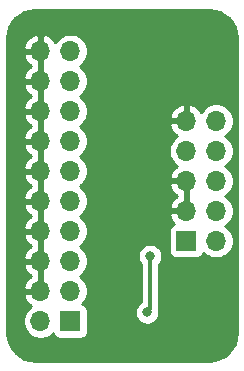
<source format=gbr>
%TF.GenerationSoftware,KiCad,Pcbnew,(5.1.9)-1*%
%TF.CreationDate,2021-11-16T01:46:06-03:00*%
%TF.ProjectId,20-10-adapter,32302d31-302d-4616-9461-707465722e6b,rev?*%
%TF.SameCoordinates,Original*%
%TF.FileFunction,Copper,L4,Bot*%
%TF.FilePolarity,Positive*%
%FSLAX46Y46*%
G04 Gerber Fmt 4.6, Leading zero omitted, Abs format (unit mm)*
G04 Created by KiCad (PCBNEW (5.1.9)-1) date 2021-11-16 01:46:06*
%MOMM*%
%LPD*%
G01*
G04 APERTURE LIST*
%TA.AperFunction,ComponentPad*%
%ADD10R,1.700000X1.700000*%
%TD*%
%TA.AperFunction,ComponentPad*%
%ADD11O,1.700000X1.700000*%
%TD*%
%TA.AperFunction,ViaPad*%
%ADD12C,0.800000*%
%TD*%
%TA.AperFunction,Conductor*%
%ADD13C,0.300000*%
%TD*%
%TA.AperFunction,Conductor*%
%ADD14C,0.254000*%
%TD*%
%TA.AperFunction,Conductor*%
%ADD15C,0.100000*%
%TD*%
G04 APERTURE END LIST*
D10*
%TO.P,J2,1*%
%TO.N,SWD1*%
X126000000Y-79000000D03*
D11*
%TO.P,J2,2*%
X123460000Y-79000000D03*
%TO.P,J2,3*%
%TO.N,Net-(J2-Pad3)*%
X126000000Y-76460000D03*
%TO.P,J2,4*%
%TO.N,GND*%
X123460000Y-76460000D03*
%TO.P,J2,5*%
%TO.N,Net-(J2-Pad5)*%
X126000000Y-73920000D03*
%TO.P,J2,6*%
%TO.N,GND*%
X123460000Y-73920000D03*
%TO.P,J2,7*%
%TO.N,SWD2*%
X126000000Y-71380000D03*
%TO.P,J2,8*%
%TO.N,GND*%
X123460000Y-71380000D03*
%TO.P,J2,9*%
%TO.N,SWD4*%
X126000000Y-68840000D03*
%TO.P,J2,10*%
%TO.N,GND*%
X123460000Y-68840000D03*
%TO.P,J2,11*%
%TO.N,Net-(J2-Pad11)*%
X126000000Y-66300000D03*
%TO.P,J2,12*%
%TO.N,GND*%
X123460000Y-66300000D03*
%TO.P,J2,13*%
%TO.N,SWD6*%
X126000000Y-63760000D03*
%TO.P,J2,14*%
%TO.N,GND*%
X123460000Y-63760000D03*
%TO.P,J2,15*%
%TO.N,SWD10*%
X126000000Y-61220000D03*
%TO.P,J2,16*%
%TO.N,GND*%
X123460000Y-61220000D03*
%TO.P,J2,17*%
%TO.N,Net-(J2-Pad17)*%
X126000000Y-58680000D03*
%TO.P,J2,18*%
%TO.N,GND*%
X123460000Y-58680000D03*
%TO.P,J2,19*%
%TO.N,Net-(J2-Pad19)*%
X126000000Y-56140000D03*
%TO.P,J2,20*%
%TO.N,GND*%
X123460000Y-56140000D03*
%TD*%
D10*
%TO.P,J1,1*%
%TO.N,SWD1*%
X135800000Y-72200000D03*
D11*
%TO.P,J1,2*%
%TO.N,SWD2*%
X138340000Y-72200000D03*
%TO.P,J1,3*%
%TO.N,GND*%
X135800000Y-69660000D03*
%TO.P,J1,4*%
%TO.N,SWD4*%
X138340000Y-69660000D03*
%TO.P,J1,5*%
%TO.N,GND*%
X135800000Y-67120000D03*
%TO.P,J1,6*%
%TO.N,SWD6*%
X138340000Y-67120000D03*
%TO.P,J1,7*%
%TO.N,Net-(J1-Pad7)*%
X135800000Y-64580000D03*
%TO.P,J1,8*%
%TO.N,Net-(J1-Pad8)*%
X138340000Y-64580000D03*
%TO.P,J1,9*%
%TO.N,GND*%
X135800000Y-62040000D03*
%TO.P,J1,10*%
%TO.N,SWD10*%
X138340000Y-62040000D03*
%TD*%
D12*
%TO.N,GND*%
X121700000Y-76500000D03*
X121600000Y-73900000D03*
X121700000Y-71400000D03*
X121700000Y-68900000D03*
X121700000Y-66300000D03*
X121700000Y-63800000D03*
X121700000Y-61200000D03*
X121700000Y-58700000D03*
X121700000Y-56100000D03*
X132000000Y-63000000D03*
X139000000Y-80500000D03*
X139000000Y-77500000D03*
X131000000Y-68000000D03*
X131000000Y-55500000D03*
X138500000Y-55500000D03*
X138500000Y-59000000D03*
X131000000Y-59000000D03*
X135000000Y-80500000D03*
X134750000Y-55500000D03*
%TO.N,SWD1*%
X132500000Y-78250000D03*
X132750000Y-73500000D03*
%TD*%
D13*
%TO.N,SWD1*%
X132750000Y-78000000D02*
X132500000Y-78250000D01*
X132750000Y-73500000D02*
X132750000Y-78000000D01*
%TD*%
D14*
%TO.N,GND*%
X138203893Y-52707670D02*
X138640498Y-52839489D01*
X139043185Y-53053600D01*
X139396612Y-53341848D01*
X139687327Y-53693261D01*
X139904242Y-54094439D01*
X140039106Y-54530113D01*
X140090000Y-55014344D01*
X140090001Y-79967711D01*
X140042330Y-80453894D01*
X139910512Y-80890497D01*
X139696399Y-81293186D01*
X139408150Y-81646613D01*
X139056739Y-81937327D01*
X138655564Y-82154240D01*
X138219886Y-82289106D01*
X137735664Y-82340000D01*
X123032279Y-82340000D01*
X122546106Y-82292330D01*
X122109503Y-82160512D01*
X121706814Y-81946399D01*
X121353387Y-81658150D01*
X121062673Y-81306739D01*
X120845760Y-80905564D01*
X120710894Y-80469886D01*
X120660000Y-79985664D01*
X120660000Y-78853740D01*
X121975000Y-78853740D01*
X121975000Y-79146260D01*
X122032068Y-79433158D01*
X122144010Y-79703411D01*
X122306525Y-79946632D01*
X122513368Y-80153475D01*
X122756589Y-80315990D01*
X123026842Y-80427932D01*
X123313740Y-80485000D01*
X123606260Y-80485000D01*
X123893158Y-80427932D01*
X124163411Y-80315990D01*
X124406632Y-80153475D01*
X124538487Y-80021620D01*
X124560498Y-80094180D01*
X124619463Y-80204494D01*
X124698815Y-80301185D01*
X124795506Y-80380537D01*
X124905820Y-80439502D01*
X125025518Y-80475812D01*
X125150000Y-80488072D01*
X126850000Y-80488072D01*
X126974482Y-80475812D01*
X127094180Y-80439502D01*
X127204494Y-80380537D01*
X127301185Y-80301185D01*
X127380537Y-80204494D01*
X127439502Y-80094180D01*
X127475812Y-79974482D01*
X127488072Y-79850000D01*
X127488072Y-78150000D01*
X127487882Y-78148061D01*
X131465000Y-78148061D01*
X131465000Y-78351939D01*
X131504774Y-78551898D01*
X131582795Y-78740256D01*
X131696063Y-78909774D01*
X131840226Y-79053937D01*
X132009744Y-79167205D01*
X132198102Y-79245226D01*
X132398061Y-79285000D01*
X132601939Y-79285000D01*
X132801898Y-79245226D01*
X132990256Y-79167205D01*
X133159774Y-79053937D01*
X133303937Y-78909774D01*
X133417205Y-78740256D01*
X133495226Y-78551898D01*
X133535000Y-78351939D01*
X133535000Y-78148061D01*
X133527787Y-78111797D01*
X133535000Y-78038561D01*
X133535000Y-78038554D01*
X133538797Y-78000001D01*
X133535000Y-77961448D01*
X133535000Y-74178711D01*
X133553937Y-74159774D01*
X133667205Y-73990256D01*
X133745226Y-73801898D01*
X133785000Y-73601939D01*
X133785000Y-73398061D01*
X133745226Y-73198102D01*
X133667205Y-73009744D01*
X133553937Y-72840226D01*
X133409774Y-72696063D01*
X133240256Y-72582795D01*
X133051898Y-72504774D01*
X132851939Y-72465000D01*
X132648061Y-72465000D01*
X132448102Y-72504774D01*
X132259744Y-72582795D01*
X132090226Y-72696063D01*
X131946063Y-72840226D01*
X131832795Y-73009744D01*
X131754774Y-73198102D01*
X131715000Y-73398061D01*
X131715000Y-73601939D01*
X131754774Y-73801898D01*
X131832795Y-73990256D01*
X131946063Y-74159774D01*
X131965000Y-74178711D01*
X131965001Y-77362691D01*
X131840226Y-77446063D01*
X131696063Y-77590226D01*
X131582795Y-77759744D01*
X131504774Y-77948102D01*
X131465000Y-78148061D01*
X127487882Y-78148061D01*
X127475812Y-78025518D01*
X127439502Y-77905820D01*
X127380537Y-77795506D01*
X127301185Y-77698815D01*
X127204494Y-77619463D01*
X127094180Y-77560498D01*
X127021620Y-77538487D01*
X127153475Y-77406632D01*
X127315990Y-77163411D01*
X127427932Y-76893158D01*
X127485000Y-76606260D01*
X127485000Y-76313740D01*
X127427932Y-76026842D01*
X127315990Y-75756589D01*
X127153475Y-75513368D01*
X126946632Y-75306525D01*
X126772240Y-75190000D01*
X126946632Y-75073475D01*
X127153475Y-74866632D01*
X127315990Y-74623411D01*
X127427932Y-74353158D01*
X127485000Y-74066260D01*
X127485000Y-73773740D01*
X127427932Y-73486842D01*
X127315990Y-73216589D01*
X127153475Y-72973368D01*
X126946632Y-72766525D01*
X126772240Y-72650000D01*
X126946632Y-72533475D01*
X127153475Y-72326632D01*
X127315990Y-72083411D01*
X127427932Y-71813158D01*
X127485000Y-71526260D01*
X127485000Y-71350000D01*
X134311928Y-71350000D01*
X134311928Y-73050000D01*
X134324188Y-73174482D01*
X134360498Y-73294180D01*
X134419463Y-73404494D01*
X134498815Y-73501185D01*
X134595506Y-73580537D01*
X134705820Y-73639502D01*
X134825518Y-73675812D01*
X134950000Y-73688072D01*
X136650000Y-73688072D01*
X136774482Y-73675812D01*
X136894180Y-73639502D01*
X137004494Y-73580537D01*
X137101185Y-73501185D01*
X137180537Y-73404494D01*
X137239502Y-73294180D01*
X137261513Y-73221620D01*
X137393368Y-73353475D01*
X137636589Y-73515990D01*
X137906842Y-73627932D01*
X138193740Y-73685000D01*
X138486260Y-73685000D01*
X138773158Y-73627932D01*
X139043411Y-73515990D01*
X139286632Y-73353475D01*
X139493475Y-73146632D01*
X139655990Y-72903411D01*
X139767932Y-72633158D01*
X139825000Y-72346260D01*
X139825000Y-72053740D01*
X139767932Y-71766842D01*
X139655990Y-71496589D01*
X139493475Y-71253368D01*
X139286632Y-71046525D01*
X139112240Y-70930000D01*
X139286632Y-70813475D01*
X139493475Y-70606632D01*
X139655990Y-70363411D01*
X139767932Y-70093158D01*
X139825000Y-69806260D01*
X139825000Y-69513740D01*
X139767932Y-69226842D01*
X139655990Y-68956589D01*
X139493475Y-68713368D01*
X139286632Y-68506525D01*
X139112240Y-68390000D01*
X139286632Y-68273475D01*
X139493475Y-68066632D01*
X139655990Y-67823411D01*
X139767932Y-67553158D01*
X139825000Y-67266260D01*
X139825000Y-66973740D01*
X139767932Y-66686842D01*
X139655990Y-66416589D01*
X139493475Y-66173368D01*
X139286632Y-65966525D01*
X139112240Y-65850000D01*
X139286632Y-65733475D01*
X139493475Y-65526632D01*
X139655990Y-65283411D01*
X139767932Y-65013158D01*
X139825000Y-64726260D01*
X139825000Y-64433740D01*
X139767932Y-64146842D01*
X139655990Y-63876589D01*
X139493475Y-63633368D01*
X139286632Y-63426525D01*
X139112240Y-63310000D01*
X139286632Y-63193475D01*
X139493475Y-62986632D01*
X139655990Y-62743411D01*
X139767932Y-62473158D01*
X139825000Y-62186260D01*
X139825000Y-61893740D01*
X139767932Y-61606842D01*
X139655990Y-61336589D01*
X139493475Y-61093368D01*
X139286632Y-60886525D01*
X139043411Y-60724010D01*
X138773158Y-60612068D01*
X138486260Y-60555000D01*
X138193740Y-60555000D01*
X137906842Y-60612068D01*
X137636589Y-60724010D01*
X137393368Y-60886525D01*
X137186525Y-61093368D01*
X137068900Y-61269406D01*
X136897588Y-61039731D01*
X136681355Y-60844822D01*
X136431252Y-60695843D01*
X136156891Y-60598519D01*
X135927000Y-60719186D01*
X135927000Y-61913000D01*
X135947000Y-61913000D01*
X135947000Y-62167000D01*
X135927000Y-62167000D01*
X135927000Y-62187000D01*
X135673000Y-62187000D01*
X135673000Y-62167000D01*
X134479845Y-62167000D01*
X134358524Y-62396890D01*
X134403175Y-62544099D01*
X134528359Y-62806920D01*
X134702412Y-63040269D01*
X134918645Y-63235178D01*
X135035534Y-63304805D01*
X134853368Y-63426525D01*
X134646525Y-63633368D01*
X134484010Y-63876589D01*
X134372068Y-64146842D01*
X134315000Y-64433740D01*
X134315000Y-64726260D01*
X134372068Y-65013158D01*
X134484010Y-65283411D01*
X134646525Y-65526632D01*
X134853368Y-65733475D01*
X135035534Y-65855195D01*
X134918645Y-65924822D01*
X134702412Y-66119731D01*
X134528359Y-66353080D01*
X134403175Y-66615901D01*
X134358524Y-66763110D01*
X134479845Y-66993000D01*
X135673000Y-66993000D01*
X135673000Y-66973000D01*
X135927000Y-66973000D01*
X135927000Y-66993000D01*
X135947000Y-66993000D01*
X135947000Y-67247000D01*
X135927000Y-67247000D01*
X135927000Y-69533000D01*
X135947000Y-69533000D01*
X135947000Y-69787000D01*
X135927000Y-69787000D01*
X135927000Y-69807000D01*
X135673000Y-69807000D01*
X135673000Y-69787000D01*
X134479845Y-69787000D01*
X134358524Y-70016890D01*
X134403175Y-70164099D01*
X134528359Y-70426920D01*
X134702412Y-70660269D01*
X134786466Y-70736034D01*
X134705820Y-70760498D01*
X134595506Y-70819463D01*
X134498815Y-70898815D01*
X134419463Y-70995506D01*
X134360498Y-71105820D01*
X134324188Y-71225518D01*
X134311928Y-71350000D01*
X127485000Y-71350000D01*
X127485000Y-71233740D01*
X127427932Y-70946842D01*
X127315990Y-70676589D01*
X127153475Y-70433368D01*
X126946632Y-70226525D01*
X126772240Y-70110000D01*
X126946632Y-69993475D01*
X127153475Y-69786632D01*
X127315990Y-69543411D01*
X127427932Y-69273158D01*
X127485000Y-68986260D01*
X127485000Y-68693740D01*
X127427932Y-68406842D01*
X127315990Y-68136589D01*
X127153475Y-67893368D01*
X126946632Y-67686525D01*
X126772240Y-67570000D01*
X126911588Y-67476890D01*
X134358524Y-67476890D01*
X134403175Y-67624099D01*
X134528359Y-67886920D01*
X134702412Y-68120269D01*
X134918645Y-68315178D01*
X135044255Y-68390000D01*
X134918645Y-68464822D01*
X134702412Y-68659731D01*
X134528359Y-68893080D01*
X134403175Y-69155901D01*
X134358524Y-69303110D01*
X134479845Y-69533000D01*
X135673000Y-69533000D01*
X135673000Y-67247000D01*
X134479845Y-67247000D01*
X134358524Y-67476890D01*
X126911588Y-67476890D01*
X126946632Y-67453475D01*
X127153475Y-67246632D01*
X127315990Y-67003411D01*
X127427932Y-66733158D01*
X127485000Y-66446260D01*
X127485000Y-66153740D01*
X127427932Y-65866842D01*
X127315990Y-65596589D01*
X127153475Y-65353368D01*
X126946632Y-65146525D01*
X126772240Y-65030000D01*
X126946632Y-64913475D01*
X127153475Y-64706632D01*
X127315990Y-64463411D01*
X127427932Y-64193158D01*
X127485000Y-63906260D01*
X127485000Y-63613740D01*
X127427932Y-63326842D01*
X127315990Y-63056589D01*
X127153475Y-62813368D01*
X126946632Y-62606525D01*
X126772240Y-62490000D01*
X126946632Y-62373475D01*
X127153475Y-62166632D01*
X127315990Y-61923411D01*
X127415525Y-61683110D01*
X134358524Y-61683110D01*
X134479845Y-61913000D01*
X135673000Y-61913000D01*
X135673000Y-60719186D01*
X135443109Y-60598519D01*
X135168748Y-60695843D01*
X134918645Y-60844822D01*
X134702412Y-61039731D01*
X134528359Y-61273080D01*
X134403175Y-61535901D01*
X134358524Y-61683110D01*
X127415525Y-61683110D01*
X127427932Y-61653158D01*
X127485000Y-61366260D01*
X127485000Y-61073740D01*
X127427932Y-60786842D01*
X127315990Y-60516589D01*
X127153475Y-60273368D01*
X126946632Y-60066525D01*
X126772240Y-59950000D01*
X126946632Y-59833475D01*
X127153475Y-59626632D01*
X127315990Y-59383411D01*
X127427932Y-59113158D01*
X127485000Y-58826260D01*
X127485000Y-58533740D01*
X127427932Y-58246842D01*
X127315990Y-57976589D01*
X127153475Y-57733368D01*
X126946632Y-57526525D01*
X126772240Y-57410000D01*
X126946632Y-57293475D01*
X127153475Y-57086632D01*
X127315990Y-56843411D01*
X127427932Y-56573158D01*
X127485000Y-56286260D01*
X127485000Y-55993740D01*
X127427932Y-55706842D01*
X127315990Y-55436589D01*
X127153475Y-55193368D01*
X126946632Y-54986525D01*
X126703411Y-54824010D01*
X126433158Y-54712068D01*
X126146260Y-54655000D01*
X125853740Y-54655000D01*
X125566842Y-54712068D01*
X125296589Y-54824010D01*
X125053368Y-54986525D01*
X124846525Y-55193368D01*
X124728900Y-55369406D01*
X124557588Y-55139731D01*
X124341355Y-54944822D01*
X124091252Y-54795843D01*
X123816891Y-54698519D01*
X123587000Y-54819186D01*
X123587000Y-56013000D01*
X123607000Y-56013000D01*
X123607000Y-56267000D01*
X123587000Y-56267000D01*
X123587000Y-58553000D01*
X123607000Y-58553000D01*
X123607000Y-58807000D01*
X123587000Y-58807000D01*
X123587000Y-61093000D01*
X123607000Y-61093000D01*
X123607000Y-61347000D01*
X123587000Y-61347000D01*
X123587000Y-63633000D01*
X123607000Y-63633000D01*
X123607000Y-63887000D01*
X123587000Y-63887000D01*
X123587000Y-66173000D01*
X123607000Y-66173000D01*
X123607000Y-66427000D01*
X123587000Y-66427000D01*
X123587000Y-68713000D01*
X123607000Y-68713000D01*
X123607000Y-68967000D01*
X123587000Y-68967000D01*
X123587000Y-71253000D01*
X123607000Y-71253000D01*
X123607000Y-71507000D01*
X123587000Y-71507000D01*
X123587000Y-73793000D01*
X123607000Y-73793000D01*
X123607000Y-74047000D01*
X123587000Y-74047000D01*
X123587000Y-76333000D01*
X123607000Y-76333000D01*
X123607000Y-76587000D01*
X123587000Y-76587000D01*
X123587000Y-76607000D01*
X123333000Y-76607000D01*
X123333000Y-76587000D01*
X122139845Y-76587000D01*
X122018524Y-76816890D01*
X122063175Y-76964099D01*
X122188359Y-77226920D01*
X122362412Y-77460269D01*
X122578645Y-77655178D01*
X122695534Y-77724805D01*
X122513368Y-77846525D01*
X122306525Y-78053368D01*
X122144010Y-78296589D01*
X122032068Y-78566842D01*
X121975000Y-78853740D01*
X120660000Y-78853740D01*
X120660000Y-74276890D01*
X122018524Y-74276890D01*
X122063175Y-74424099D01*
X122188359Y-74686920D01*
X122362412Y-74920269D01*
X122578645Y-75115178D01*
X122704255Y-75190000D01*
X122578645Y-75264822D01*
X122362412Y-75459731D01*
X122188359Y-75693080D01*
X122063175Y-75955901D01*
X122018524Y-76103110D01*
X122139845Y-76333000D01*
X123333000Y-76333000D01*
X123333000Y-74047000D01*
X122139845Y-74047000D01*
X122018524Y-74276890D01*
X120660000Y-74276890D01*
X120660000Y-71736890D01*
X122018524Y-71736890D01*
X122063175Y-71884099D01*
X122188359Y-72146920D01*
X122362412Y-72380269D01*
X122578645Y-72575178D01*
X122704255Y-72650000D01*
X122578645Y-72724822D01*
X122362412Y-72919731D01*
X122188359Y-73153080D01*
X122063175Y-73415901D01*
X122018524Y-73563110D01*
X122139845Y-73793000D01*
X123333000Y-73793000D01*
X123333000Y-71507000D01*
X122139845Y-71507000D01*
X122018524Y-71736890D01*
X120660000Y-71736890D01*
X120660000Y-69196890D01*
X122018524Y-69196890D01*
X122063175Y-69344099D01*
X122188359Y-69606920D01*
X122362412Y-69840269D01*
X122578645Y-70035178D01*
X122704255Y-70110000D01*
X122578645Y-70184822D01*
X122362412Y-70379731D01*
X122188359Y-70613080D01*
X122063175Y-70875901D01*
X122018524Y-71023110D01*
X122139845Y-71253000D01*
X123333000Y-71253000D01*
X123333000Y-68967000D01*
X122139845Y-68967000D01*
X122018524Y-69196890D01*
X120660000Y-69196890D01*
X120660000Y-66656890D01*
X122018524Y-66656890D01*
X122063175Y-66804099D01*
X122188359Y-67066920D01*
X122362412Y-67300269D01*
X122578645Y-67495178D01*
X122704255Y-67570000D01*
X122578645Y-67644822D01*
X122362412Y-67839731D01*
X122188359Y-68073080D01*
X122063175Y-68335901D01*
X122018524Y-68483110D01*
X122139845Y-68713000D01*
X123333000Y-68713000D01*
X123333000Y-66427000D01*
X122139845Y-66427000D01*
X122018524Y-66656890D01*
X120660000Y-66656890D01*
X120660000Y-64116890D01*
X122018524Y-64116890D01*
X122063175Y-64264099D01*
X122188359Y-64526920D01*
X122362412Y-64760269D01*
X122578645Y-64955178D01*
X122704255Y-65030000D01*
X122578645Y-65104822D01*
X122362412Y-65299731D01*
X122188359Y-65533080D01*
X122063175Y-65795901D01*
X122018524Y-65943110D01*
X122139845Y-66173000D01*
X123333000Y-66173000D01*
X123333000Y-63887000D01*
X122139845Y-63887000D01*
X122018524Y-64116890D01*
X120660000Y-64116890D01*
X120660000Y-61576890D01*
X122018524Y-61576890D01*
X122063175Y-61724099D01*
X122188359Y-61986920D01*
X122362412Y-62220269D01*
X122578645Y-62415178D01*
X122704255Y-62490000D01*
X122578645Y-62564822D01*
X122362412Y-62759731D01*
X122188359Y-62993080D01*
X122063175Y-63255901D01*
X122018524Y-63403110D01*
X122139845Y-63633000D01*
X123333000Y-63633000D01*
X123333000Y-61347000D01*
X122139845Y-61347000D01*
X122018524Y-61576890D01*
X120660000Y-61576890D01*
X120660000Y-59036890D01*
X122018524Y-59036890D01*
X122063175Y-59184099D01*
X122188359Y-59446920D01*
X122362412Y-59680269D01*
X122578645Y-59875178D01*
X122704255Y-59950000D01*
X122578645Y-60024822D01*
X122362412Y-60219731D01*
X122188359Y-60453080D01*
X122063175Y-60715901D01*
X122018524Y-60863110D01*
X122139845Y-61093000D01*
X123333000Y-61093000D01*
X123333000Y-58807000D01*
X122139845Y-58807000D01*
X122018524Y-59036890D01*
X120660000Y-59036890D01*
X120660000Y-56496890D01*
X122018524Y-56496890D01*
X122063175Y-56644099D01*
X122188359Y-56906920D01*
X122362412Y-57140269D01*
X122578645Y-57335178D01*
X122704255Y-57410000D01*
X122578645Y-57484822D01*
X122362412Y-57679731D01*
X122188359Y-57913080D01*
X122063175Y-58175901D01*
X122018524Y-58323110D01*
X122139845Y-58553000D01*
X123333000Y-58553000D01*
X123333000Y-56267000D01*
X122139845Y-56267000D01*
X122018524Y-56496890D01*
X120660000Y-56496890D01*
X120660000Y-55783110D01*
X122018524Y-55783110D01*
X122139845Y-56013000D01*
X123333000Y-56013000D01*
X123333000Y-54819186D01*
X123103109Y-54698519D01*
X122828748Y-54795843D01*
X122578645Y-54944822D01*
X122362412Y-55139731D01*
X122188359Y-55373080D01*
X122063175Y-55635901D01*
X122018524Y-55783110D01*
X120660000Y-55783110D01*
X120660000Y-55032279D01*
X120707670Y-54546107D01*
X120839489Y-54109502D01*
X121053600Y-53706815D01*
X121341848Y-53353388D01*
X121693261Y-53062673D01*
X122094439Y-52845758D01*
X122530113Y-52710894D01*
X123014344Y-52660000D01*
X137717721Y-52660000D01*
X138203893Y-52707670D01*
%TA.AperFunction,Conductor*%
D15*
G36*
X138203893Y-52707670D02*
G01*
X138640498Y-52839489D01*
X139043185Y-53053600D01*
X139396612Y-53341848D01*
X139687327Y-53693261D01*
X139904242Y-54094439D01*
X140039106Y-54530113D01*
X140090000Y-55014344D01*
X140090001Y-79967711D01*
X140042330Y-80453894D01*
X139910512Y-80890497D01*
X139696399Y-81293186D01*
X139408150Y-81646613D01*
X139056739Y-81937327D01*
X138655564Y-82154240D01*
X138219886Y-82289106D01*
X137735664Y-82340000D01*
X123032279Y-82340000D01*
X122546106Y-82292330D01*
X122109503Y-82160512D01*
X121706814Y-81946399D01*
X121353387Y-81658150D01*
X121062673Y-81306739D01*
X120845760Y-80905564D01*
X120710894Y-80469886D01*
X120660000Y-79985664D01*
X120660000Y-78853740D01*
X121975000Y-78853740D01*
X121975000Y-79146260D01*
X122032068Y-79433158D01*
X122144010Y-79703411D01*
X122306525Y-79946632D01*
X122513368Y-80153475D01*
X122756589Y-80315990D01*
X123026842Y-80427932D01*
X123313740Y-80485000D01*
X123606260Y-80485000D01*
X123893158Y-80427932D01*
X124163411Y-80315990D01*
X124406632Y-80153475D01*
X124538487Y-80021620D01*
X124560498Y-80094180D01*
X124619463Y-80204494D01*
X124698815Y-80301185D01*
X124795506Y-80380537D01*
X124905820Y-80439502D01*
X125025518Y-80475812D01*
X125150000Y-80488072D01*
X126850000Y-80488072D01*
X126974482Y-80475812D01*
X127094180Y-80439502D01*
X127204494Y-80380537D01*
X127301185Y-80301185D01*
X127380537Y-80204494D01*
X127439502Y-80094180D01*
X127475812Y-79974482D01*
X127488072Y-79850000D01*
X127488072Y-78150000D01*
X127487882Y-78148061D01*
X131465000Y-78148061D01*
X131465000Y-78351939D01*
X131504774Y-78551898D01*
X131582795Y-78740256D01*
X131696063Y-78909774D01*
X131840226Y-79053937D01*
X132009744Y-79167205D01*
X132198102Y-79245226D01*
X132398061Y-79285000D01*
X132601939Y-79285000D01*
X132801898Y-79245226D01*
X132990256Y-79167205D01*
X133159774Y-79053937D01*
X133303937Y-78909774D01*
X133417205Y-78740256D01*
X133495226Y-78551898D01*
X133535000Y-78351939D01*
X133535000Y-78148061D01*
X133527787Y-78111797D01*
X133535000Y-78038561D01*
X133535000Y-78038554D01*
X133538797Y-78000001D01*
X133535000Y-77961448D01*
X133535000Y-74178711D01*
X133553937Y-74159774D01*
X133667205Y-73990256D01*
X133745226Y-73801898D01*
X133785000Y-73601939D01*
X133785000Y-73398061D01*
X133745226Y-73198102D01*
X133667205Y-73009744D01*
X133553937Y-72840226D01*
X133409774Y-72696063D01*
X133240256Y-72582795D01*
X133051898Y-72504774D01*
X132851939Y-72465000D01*
X132648061Y-72465000D01*
X132448102Y-72504774D01*
X132259744Y-72582795D01*
X132090226Y-72696063D01*
X131946063Y-72840226D01*
X131832795Y-73009744D01*
X131754774Y-73198102D01*
X131715000Y-73398061D01*
X131715000Y-73601939D01*
X131754774Y-73801898D01*
X131832795Y-73990256D01*
X131946063Y-74159774D01*
X131965000Y-74178711D01*
X131965001Y-77362691D01*
X131840226Y-77446063D01*
X131696063Y-77590226D01*
X131582795Y-77759744D01*
X131504774Y-77948102D01*
X131465000Y-78148061D01*
X127487882Y-78148061D01*
X127475812Y-78025518D01*
X127439502Y-77905820D01*
X127380537Y-77795506D01*
X127301185Y-77698815D01*
X127204494Y-77619463D01*
X127094180Y-77560498D01*
X127021620Y-77538487D01*
X127153475Y-77406632D01*
X127315990Y-77163411D01*
X127427932Y-76893158D01*
X127485000Y-76606260D01*
X127485000Y-76313740D01*
X127427932Y-76026842D01*
X127315990Y-75756589D01*
X127153475Y-75513368D01*
X126946632Y-75306525D01*
X126772240Y-75190000D01*
X126946632Y-75073475D01*
X127153475Y-74866632D01*
X127315990Y-74623411D01*
X127427932Y-74353158D01*
X127485000Y-74066260D01*
X127485000Y-73773740D01*
X127427932Y-73486842D01*
X127315990Y-73216589D01*
X127153475Y-72973368D01*
X126946632Y-72766525D01*
X126772240Y-72650000D01*
X126946632Y-72533475D01*
X127153475Y-72326632D01*
X127315990Y-72083411D01*
X127427932Y-71813158D01*
X127485000Y-71526260D01*
X127485000Y-71350000D01*
X134311928Y-71350000D01*
X134311928Y-73050000D01*
X134324188Y-73174482D01*
X134360498Y-73294180D01*
X134419463Y-73404494D01*
X134498815Y-73501185D01*
X134595506Y-73580537D01*
X134705820Y-73639502D01*
X134825518Y-73675812D01*
X134950000Y-73688072D01*
X136650000Y-73688072D01*
X136774482Y-73675812D01*
X136894180Y-73639502D01*
X137004494Y-73580537D01*
X137101185Y-73501185D01*
X137180537Y-73404494D01*
X137239502Y-73294180D01*
X137261513Y-73221620D01*
X137393368Y-73353475D01*
X137636589Y-73515990D01*
X137906842Y-73627932D01*
X138193740Y-73685000D01*
X138486260Y-73685000D01*
X138773158Y-73627932D01*
X139043411Y-73515990D01*
X139286632Y-73353475D01*
X139493475Y-73146632D01*
X139655990Y-72903411D01*
X139767932Y-72633158D01*
X139825000Y-72346260D01*
X139825000Y-72053740D01*
X139767932Y-71766842D01*
X139655990Y-71496589D01*
X139493475Y-71253368D01*
X139286632Y-71046525D01*
X139112240Y-70930000D01*
X139286632Y-70813475D01*
X139493475Y-70606632D01*
X139655990Y-70363411D01*
X139767932Y-70093158D01*
X139825000Y-69806260D01*
X139825000Y-69513740D01*
X139767932Y-69226842D01*
X139655990Y-68956589D01*
X139493475Y-68713368D01*
X139286632Y-68506525D01*
X139112240Y-68390000D01*
X139286632Y-68273475D01*
X139493475Y-68066632D01*
X139655990Y-67823411D01*
X139767932Y-67553158D01*
X139825000Y-67266260D01*
X139825000Y-66973740D01*
X139767932Y-66686842D01*
X139655990Y-66416589D01*
X139493475Y-66173368D01*
X139286632Y-65966525D01*
X139112240Y-65850000D01*
X139286632Y-65733475D01*
X139493475Y-65526632D01*
X139655990Y-65283411D01*
X139767932Y-65013158D01*
X139825000Y-64726260D01*
X139825000Y-64433740D01*
X139767932Y-64146842D01*
X139655990Y-63876589D01*
X139493475Y-63633368D01*
X139286632Y-63426525D01*
X139112240Y-63310000D01*
X139286632Y-63193475D01*
X139493475Y-62986632D01*
X139655990Y-62743411D01*
X139767932Y-62473158D01*
X139825000Y-62186260D01*
X139825000Y-61893740D01*
X139767932Y-61606842D01*
X139655990Y-61336589D01*
X139493475Y-61093368D01*
X139286632Y-60886525D01*
X139043411Y-60724010D01*
X138773158Y-60612068D01*
X138486260Y-60555000D01*
X138193740Y-60555000D01*
X137906842Y-60612068D01*
X137636589Y-60724010D01*
X137393368Y-60886525D01*
X137186525Y-61093368D01*
X137068900Y-61269406D01*
X136897588Y-61039731D01*
X136681355Y-60844822D01*
X136431252Y-60695843D01*
X136156891Y-60598519D01*
X135927000Y-60719186D01*
X135927000Y-61913000D01*
X135947000Y-61913000D01*
X135947000Y-62167000D01*
X135927000Y-62167000D01*
X135927000Y-62187000D01*
X135673000Y-62187000D01*
X135673000Y-62167000D01*
X134479845Y-62167000D01*
X134358524Y-62396890D01*
X134403175Y-62544099D01*
X134528359Y-62806920D01*
X134702412Y-63040269D01*
X134918645Y-63235178D01*
X135035534Y-63304805D01*
X134853368Y-63426525D01*
X134646525Y-63633368D01*
X134484010Y-63876589D01*
X134372068Y-64146842D01*
X134315000Y-64433740D01*
X134315000Y-64726260D01*
X134372068Y-65013158D01*
X134484010Y-65283411D01*
X134646525Y-65526632D01*
X134853368Y-65733475D01*
X135035534Y-65855195D01*
X134918645Y-65924822D01*
X134702412Y-66119731D01*
X134528359Y-66353080D01*
X134403175Y-66615901D01*
X134358524Y-66763110D01*
X134479845Y-66993000D01*
X135673000Y-66993000D01*
X135673000Y-66973000D01*
X135927000Y-66973000D01*
X135927000Y-66993000D01*
X135947000Y-66993000D01*
X135947000Y-67247000D01*
X135927000Y-67247000D01*
X135927000Y-69533000D01*
X135947000Y-69533000D01*
X135947000Y-69787000D01*
X135927000Y-69787000D01*
X135927000Y-69807000D01*
X135673000Y-69807000D01*
X135673000Y-69787000D01*
X134479845Y-69787000D01*
X134358524Y-70016890D01*
X134403175Y-70164099D01*
X134528359Y-70426920D01*
X134702412Y-70660269D01*
X134786466Y-70736034D01*
X134705820Y-70760498D01*
X134595506Y-70819463D01*
X134498815Y-70898815D01*
X134419463Y-70995506D01*
X134360498Y-71105820D01*
X134324188Y-71225518D01*
X134311928Y-71350000D01*
X127485000Y-71350000D01*
X127485000Y-71233740D01*
X127427932Y-70946842D01*
X127315990Y-70676589D01*
X127153475Y-70433368D01*
X126946632Y-70226525D01*
X126772240Y-70110000D01*
X126946632Y-69993475D01*
X127153475Y-69786632D01*
X127315990Y-69543411D01*
X127427932Y-69273158D01*
X127485000Y-68986260D01*
X127485000Y-68693740D01*
X127427932Y-68406842D01*
X127315990Y-68136589D01*
X127153475Y-67893368D01*
X126946632Y-67686525D01*
X126772240Y-67570000D01*
X126911588Y-67476890D01*
X134358524Y-67476890D01*
X134403175Y-67624099D01*
X134528359Y-67886920D01*
X134702412Y-68120269D01*
X134918645Y-68315178D01*
X135044255Y-68390000D01*
X134918645Y-68464822D01*
X134702412Y-68659731D01*
X134528359Y-68893080D01*
X134403175Y-69155901D01*
X134358524Y-69303110D01*
X134479845Y-69533000D01*
X135673000Y-69533000D01*
X135673000Y-67247000D01*
X134479845Y-67247000D01*
X134358524Y-67476890D01*
X126911588Y-67476890D01*
X126946632Y-67453475D01*
X127153475Y-67246632D01*
X127315990Y-67003411D01*
X127427932Y-66733158D01*
X127485000Y-66446260D01*
X127485000Y-66153740D01*
X127427932Y-65866842D01*
X127315990Y-65596589D01*
X127153475Y-65353368D01*
X126946632Y-65146525D01*
X126772240Y-65030000D01*
X126946632Y-64913475D01*
X127153475Y-64706632D01*
X127315990Y-64463411D01*
X127427932Y-64193158D01*
X127485000Y-63906260D01*
X127485000Y-63613740D01*
X127427932Y-63326842D01*
X127315990Y-63056589D01*
X127153475Y-62813368D01*
X126946632Y-62606525D01*
X126772240Y-62490000D01*
X126946632Y-62373475D01*
X127153475Y-62166632D01*
X127315990Y-61923411D01*
X127415525Y-61683110D01*
X134358524Y-61683110D01*
X134479845Y-61913000D01*
X135673000Y-61913000D01*
X135673000Y-60719186D01*
X135443109Y-60598519D01*
X135168748Y-60695843D01*
X134918645Y-60844822D01*
X134702412Y-61039731D01*
X134528359Y-61273080D01*
X134403175Y-61535901D01*
X134358524Y-61683110D01*
X127415525Y-61683110D01*
X127427932Y-61653158D01*
X127485000Y-61366260D01*
X127485000Y-61073740D01*
X127427932Y-60786842D01*
X127315990Y-60516589D01*
X127153475Y-60273368D01*
X126946632Y-60066525D01*
X126772240Y-59950000D01*
X126946632Y-59833475D01*
X127153475Y-59626632D01*
X127315990Y-59383411D01*
X127427932Y-59113158D01*
X127485000Y-58826260D01*
X127485000Y-58533740D01*
X127427932Y-58246842D01*
X127315990Y-57976589D01*
X127153475Y-57733368D01*
X126946632Y-57526525D01*
X126772240Y-57410000D01*
X126946632Y-57293475D01*
X127153475Y-57086632D01*
X127315990Y-56843411D01*
X127427932Y-56573158D01*
X127485000Y-56286260D01*
X127485000Y-55993740D01*
X127427932Y-55706842D01*
X127315990Y-55436589D01*
X127153475Y-55193368D01*
X126946632Y-54986525D01*
X126703411Y-54824010D01*
X126433158Y-54712068D01*
X126146260Y-54655000D01*
X125853740Y-54655000D01*
X125566842Y-54712068D01*
X125296589Y-54824010D01*
X125053368Y-54986525D01*
X124846525Y-55193368D01*
X124728900Y-55369406D01*
X124557588Y-55139731D01*
X124341355Y-54944822D01*
X124091252Y-54795843D01*
X123816891Y-54698519D01*
X123587000Y-54819186D01*
X123587000Y-56013000D01*
X123607000Y-56013000D01*
X123607000Y-56267000D01*
X123587000Y-56267000D01*
X123587000Y-58553000D01*
X123607000Y-58553000D01*
X123607000Y-58807000D01*
X123587000Y-58807000D01*
X123587000Y-61093000D01*
X123607000Y-61093000D01*
X123607000Y-61347000D01*
X123587000Y-61347000D01*
X123587000Y-63633000D01*
X123607000Y-63633000D01*
X123607000Y-63887000D01*
X123587000Y-63887000D01*
X123587000Y-66173000D01*
X123607000Y-66173000D01*
X123607000Y-66427000D01*
X123587000Y-66427000D01*
X123587000Y-68713000D01*
X123607000Y-68713000D01*
X123607000Y-68967000D01*
X123587000Y-68967000D01*
X123587000Y-71253000D01*
X123607000Y-71253000D01*
X123607000Y-71507000D01*
X123587000Y-71507000D01*
X123587000Y-73793000D01*
X123607000Y-73793000D01*
X123607000Y-74047000D01*
X123587000Y-74047000D01*
X123587000Y-76333000D01*
X123607000Y-76333000D01*
X123607000Y-76587000D01*
X123587000Y-76587000D01*
X123587000Y-76607000D01*
X123333000Y-76607000D01*
X123333000Y-76587000D01*
X122139845Y-76587000D01*
X122018524Y-76816890D01*
X122063175Y-76964099D01*
X122188359Y-77226920D01*
X122362412Y-77460269D01*
X122578645Y-77655178D01*
X122695534Y-77724805D01*
X122513368Y-77846525D01*
X122306525Y-78053368D01*
X122144010Y-78296589D01*
X122032068Y-78566842D01*
X121975000Y-78853740D01*
X120660000Y-78853740D01*
X120660000Y-74276890D01*
X122018524Y-74276890D01*
X122063175Y-74424099D01*
X122188359Y-74686920D01*
X122362412Y-74920269D01*
X122578645Y-75115178D01*
X122704255Y-75190000D01*
X122578645Y-75264822D01*
X122362412Y-75459731D01*
X122188359Y-75693080D01*
X122063175Y-75955901D01*
X122018524Y-76103110D01*
X122139845Y-76333000D01*
X123333000Y-76333000D01*
X123333000Y-74047000D01*
X122139845Y-74047000D01*
X122018524Y-74276890D01*
X120660000Y-74276890D01*
X120660000Y-71736890D01*
X122018524Y-71736890D01*
X122063175Y-71884099D01*
X122188359Y-72146920D01*
X122362412Y-72380269D01*
X122578645Y-72575178D01*
X122704255Y-72650000D01*
X122578645Y-72724822D01*
X122362412Y-72919731D01*
X122188359Y-73153080D01*
X122063175Y-73415901D01*
X122018524Y-73563110D01*
X122139845Y-73793000D01*
X123333000Y-73793000D01*
X123333000Y-71507000D01*
X122139845Y-71507000D01*
X122018524Y-71736890D01*
X120660000Y-71736890D01*
X120660000Y-69196890D01*
X122018524Y-69196890D01*
X122063175Y-69344099D01*
X122188359Y-69606920D01*
X122362412Y-69840269D01*
X122578645Y-70035178D01*
X122704255Y-70110000D01*
X122578645Y-70184822D01*
X122362412Y-70379731D01*
X122188359Y-70613080D01*
X122063175Y-70875901D01*
X122018524Y-71023110D01*
X122139845Y-71253000D01*
X123333000Y-71253000D01*
X123333000Y-68967000D01*
X122139845Y-68967000D01*
X122018524Y-69196890D01*
X120660000Y-69196890D01*
X120660000Y-66656890D01*
X122018524Y-66656890D01*
X122063175Y-66804099D01*
X122188359Y-67066920D01*
X122362412Y-67300269D01*
X122578645Y-67495178D01*
X122704255Y-67570000D01*
X122578645Y-67644822D01*
X122362412Y-67839731D01*
X122188359Y-68073080D01*
X122063175Y-68335901D01*
X122018524Y-68483110D01*
X122139845Y-68713000D01*
X123333000Y-68713000D01*
X123333000Y-66427000D01*
X122139845Y-66427000D01*
X122018524Y-66656890D01*
X120660000Y-66656890D01*
X120660000Y-64116890D01*
X122018524Y-64116890D01*
X122063175Y-64264099D01*
X122188359Y-64526920D01*
X122362412Y-64760269D01*
X122578645Y-64955178D01*
X122704255Y-65030000D01*
X122578645Y-65104822D01*
X122362412Y-65299731D01*
X122188359Y-65533080D01*
X122063175Y-65795901D01*
X122018524Y-65943110D01*
X122139845Y-66173000D01*
X123333000Y-66173000D01*
X123333000Y-63887000D01*
X122139845Y-63887000D01*
X122018524Y-64116890D01*
X120660000Y-64116890D01*
X120660000Y-61576890D01*
X122018524Y-61576890D01*
X122063175Y-61724099D01*
X122188359Y-61986920D01*
X122362412Y-62220269D01*
X122578645Y-62415178D01*
X122704255Y-62490000D01*
X122578645Y-62564822D01*
X122362412Y-62759731D01*
X122188359Y-62993080D01*
X122063175Y-63255901D01*
X122018524Y-63403110D01*
X122139845Y-63633000D01*
X123333000Y-63633000D01*
X123333000Y-61347000D01*
X122139845Y-61347000D01*
X122018524Y-61576890D01*
X120660000Y-61576890D01*
X120660000Y-59036890D01*
X122018524Y-59036890D01*
X122063175Y-59184099D01*
X122188359Y-59446920D01*
X122362412Y-59680269D01*
X122578645Y-59875178D01*
X122704255Y-59950000D01*
X122578645Y-60024822D01*
X122362412Y-60219731D01*
X122188359Y-60453080D01*
X122063175Y-60715901D01*
X122018524Y-60863110D01*
X122139845Y-61093000D01*
X123333000Y-61093000D01*
X123333000Y-58807000D01*
X122139845Y-58807000D01*
X122018524Y-59036890D01*
X120660000Y-59036890D01*
X120660000Y-56496890D01*
X122018524Y-56496890D01*
X122063175Y-56644099D01*
X122188359Y-56906920D01*
X122362412Y-57140269D01*
X122578645Y-57335178D01*
X122704255Y-57410000D01*
X122578645Y-57484822D01*
X122362412Y-57679731D01*
X122188359Y-57913080D01*
X122063175Y-58175901D01*
X122018524Y-58323110D01*
X122139845Y-58553000D01*
X123333000Y-58553000D01*
X123333000Y-56267000D01*
X122139845Y-56267000D01*
X122018524Y-56496890D01*
X120660000Y-56496890D01*
X120660000Y-55783110D01*
X122018524Y-55783110D01*
X122139845Y-56013000D01*
X123333000Y-56013000D01*
X123333000Y-54819186D01*
X123103109Y-54698519D01*
X122828748Y-54795843D01*
X122578645Y-54944822D01*
X122362412Y-55139731D01*
X122188359Y-55373080D01*
X122063175Y-55635901D01*
X122018524Y-55783110D01*
X120660000Y-55783110D01*
X120660000Y-55032279D01*
X120707670Y-54546107D01*
X120839489Y-54109502D01*
X121053600Y-53706815D01*
X121341848Y-53353388D01*
X121693261Y-53062673D01*
X122094439Y-52845758D01*
X122530113Y-52710894D01*
X123014344Y-52660000D01*
X137717721Y-52660000D01*
X138203893Y-52707670D01*
G37*
%TD.AperFunction*%
%TD*%
M02*

</source>
